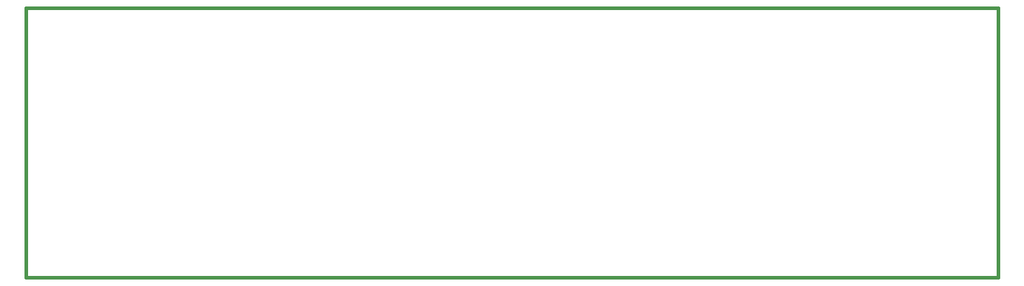
<source format=gbr>
G04 (created by PCBNEW (2013-mar-30)-stable) date Fri 10 May 2013 05:25:45 PM CDT*
%MOIN*%
G04 Gerber Fmt 3.4, Leading zero omitted, Abs format*
%FSLAX34Y34*%
G01*
G70*
G90*
G04 APERTURE LIST*
%ADD10C,2.3622e-06*%
%ADD11C,0.015*%
G04 APERTURE END LIST*
G54D10*
G54D11*
X0Y0D02*
X0Y12500D01*
X45000Y0D02*
X45000Y12500D01*
X45000Y0D02*
X0Y0D01*
X0Y12500D02*
X45000Y12500D01*
M02*

</source>
